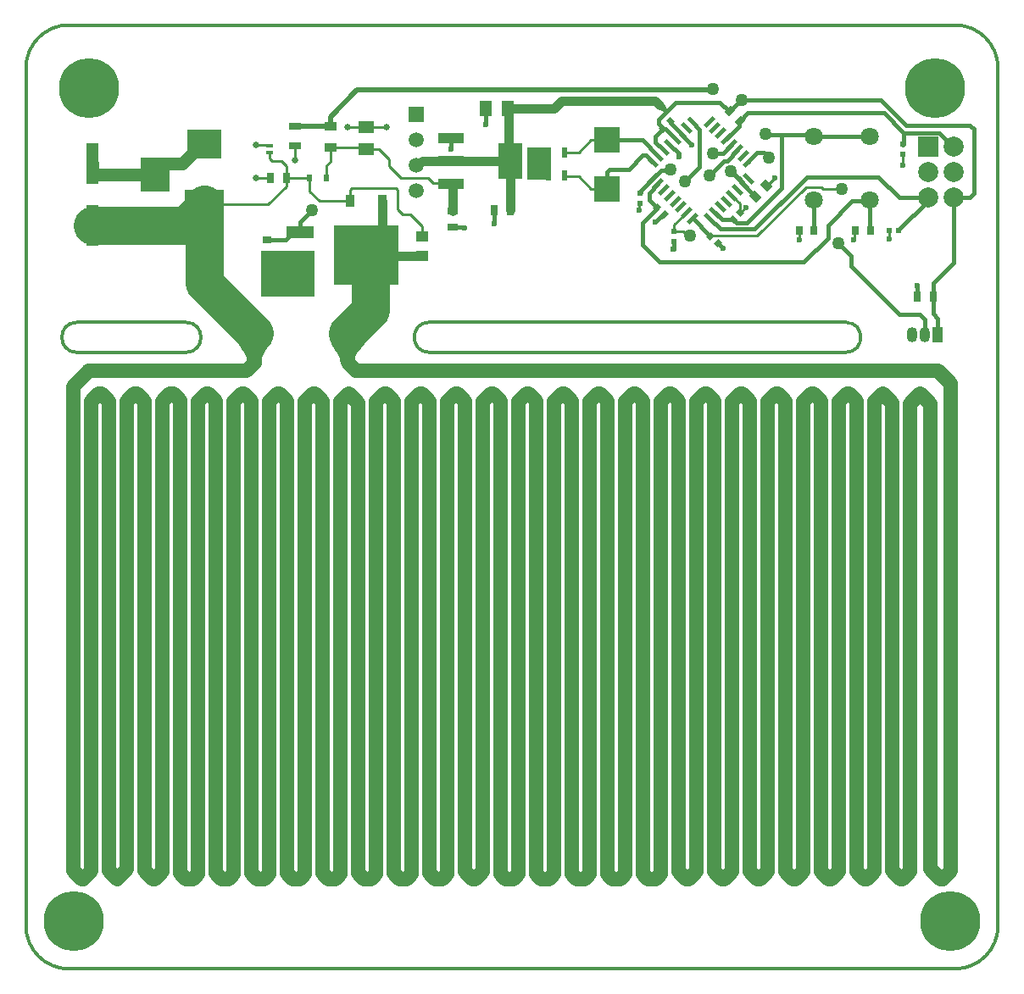
<source format=gtl>
G04*
G04 #@! TF.GenerationSoftware,Altium Limited,Altium Designer,22.0.2 (36)*
G04*
G04 Layer_Physical_Order=1*
G04 Layer_Color=255*
%FSLAX25Y25*%
%MOIN*%
G70*
G04*
G04 #@! TF.SameCoordinates,F8844AE4-5711-4282-AF9D-DA4343363A06*
G04*
G04*
G04 #@! TF.FilePolarity,Positive*
G04*
G01*
G75*
%ADD11C,0.01181*%
%ADD14C,0.01000*%
%ADD21R,0.05000X0.16400*%
%ADD22R,0.03150X0.03937*%
%ADD23R,0.06496X0.04724*%
%ADD24R,0.05118X0.03543*%
%ADD25R,0.05118X0.03000*%
%ADD26R,0.09213X0.14173*%
%ADD27R,0.09843X0.04331*%
%ADD28R,0.05118X0.03937*%
%ADD29R,0.03937X0.03150*%
%ADD30R,0.02756X0.01575*%
%ADD31R,0.25591X0.23622*%
%ADD32R,0.11024X0.05118*%
%ADD33R,0.03583X0.04803*%
%ADD34R,0.02362X0.03150*%
%ADD35R,0.03543X0.02559*%
%ADD36R,0.02559X0.03543*%
%ADD37R,0.02362X0.01968*%
%ADD38R,0.01968X0.02362*%
G04:AMPARAMS|DCode=39|XSize=17.72mil|YSize=47.24mil|CornerRadius=0mil|HoleSize=0mil|Usage=FLASHONLY|Rotation=45.000|XOffset=0mil|YOffset=0mil|HoleType=Round|Shape=Round|*
%AMOVALD39*
21,1,0.02953,0.01772,0.00000,0.00000,135.0*
1,1,0.01772,0.01044,-0.01044*
1,1,0.01772,-0.01044,0.01044*
%
%ADD39OVALD39*%

G04:AMPARAMS|DCode=40|XSize=17.72mil|YSize=47.24mil|CornerRadius=0mil|HoleSize=0mil|Usage=FLASHONLY|Rotation=45.000|XOffset=0mil|YOffset=0mil|HoleType=Round|Shape=Rectangle|*
%AMROTATEDRECTD40*
4,1,4,0.01044,-0.02297,-0.02297,0.01044,-0.01044,0.02297,0.02297,-0.01044,0.01044,-0.02297,0.0*
%
%ADD40ROTATEDRECTD40*%

G04:AMPARAMS|DCode=41|XSize=17.72mil|YSize=47.24mil|CornerRadius=0mil|HoleSize=0mil|Usage=FLASHONLY|Rotation=315.000|XOffset=0mil|YOffset=0mil|HoleType=Round|Shape=Rectangle|*
%AMROTATEDRECTD41*
4,1,4,-0.02297,-0.01044,0.01044,0.02297,0.02297,0.01044,-0.01044,-0.02297,-0.02297,-0.01044,0.0*
%
%ADD41ROTATEDRECTD41*%

G04:AMPARAMS|DCode=42|XSize=31.5mil|YSize=39.37mil|CornerRadius=0mil|HoleSize=0mil|Usage=FLASHONLY|Rotation=45.000|XOffset=0mil|YOffset=0mil|HoleType=Round|Shape=Rectangle|*
%AMROTATEDRECTD42*
4,1,4,0.00278,-0.02506,-0.02506,0.00278,-0.00278,0.02506,0.02506,-0.00278,0.00278,-0.02506,0.0*
%
%ADD42ROTATEDRECTD42*%

G04:AMPARAMS|DCode=43|XSize=25.59mil|YSize=35.43mil|CornerRadius=0mil|HoleSize=0mil|Usage=FLASHONLY|Rotation=135.000|XOffset=0mil|YOffset=0mil|HoleType=Round|Shape=Rectangle|*
%AMROTATEDRECTD43*
4,1,4,0.02158,0.00348,-0.00348,-0.02158,-0.02158,-0.00348,0.00348,0.02158,0.02158,0.00348,0.0*
%
%ADD43ROTATEDRECTD43*%

G04:AMPARAMS|DCode=44|XSize=19.68mil|YSize=23.62mil|CornerRadius=0mil|HoleSize=0mil|Usage=FLASHONLY|Rotation=135.000|XOffset=0mil|YOffset=0mil|HoleType=Round|Shape=Rectangle|*
%AMROTATEDRECTD44*
4,1,4,0.01531,0.00139,-0.00139,-0.01531,-0.01531,-0.00139,0.00139,0.01531,0.01531,0.00139,0.0*
%
%ADD44ROTATEDRECTD44*%

G04:AMPARAMS|DCode=45|XSize=19.68mil|YSize=23.62mil|CornerRadius=0mil|HoleSize=0mil|Usage=FLASHONLY|Rotation=225.000|XOffset=0mil|YOffset=0mil|HoleType=Round|Shape=Rectangle|*
%AMROTATEDRECTD45*
4,1,4,-0.00139,0.01531,0.01531,-0.00139,0.00139,-0.01531,-0.01531,0.00139,-0.00139,0.01531,0.0*
%
%ADD45ROTATEDRECTD45*%

%ADD46R,0.10236X0.09843*%
%ADD47R,0.01968X0.03937*%
%ADD48R,0.04724X0.06496*%
%ADD88C,0.01600*%
%ADD89C,0.02000*%
%ADD90C,0.05000*%
%ADD91C,0.15000*%
%ADD92C,0.03500*%
%ADD93C,0.05500*%
%ADD94R,0.09169X0.13037*%
%ADD95R,0.17323X0.18037*%
%ADD96R,0.04134X0.18037*%
%ADD97O,0.04213X0.05906*%
%ADD98R,0.04213X0.05906*%
%ADD99C,0.23622*%
%ADD100C,0.07874*%
%ADD101R,0.07874X0.07874*%
%ADD102R,0.15748X0.11811*%
%ADD103R,0.11811X0.13780*%
%ADD104R,0.13780X0.11811*%
%ADD105C,0.07087*%
%ADD106R,0.05906X0.05906*%
%ADD107C,0.05906*%
%ADD108C,0.02362*%
%ADD109C,0.05000*%
%ADD110C,0.02500*%
G36*
X87014Y238560D02*
X86981Y239104D01*
X86884Y239680D01*
X86722Y240289D01*
X86496Y240932D01*
X86205Y241607D01*
X85849Y242316D01*
X84942Y243833D01*
X84392Y244641D01*
X83777Y245482D01*
X95750D01*
X95135Y244641D01*
X93679Y242316D01*
X93323Y241607D01*
X93032Y240932D01*
X92805Y240289D01*
X92643Y239680D01*
X92546Y239104D01*
X92514Y238560D01*
X87014D01*
D02*
G37*
G36*
X123628Y238598D02*
X123596Y239064D01*
X123499Y239570D01*
X123338Y240117D01*
X123112Y240704D01*
X122822Y241331D01*
X122468Y241998D01*
X121566Y243453D01*
X121018Y244241D01*
X120405Y245070D01*
X132351D01*
X131738Y244241D01*
X130288Y241998D01*
X129934Y241331D01*
X129644Y240704D01*
X129418Y240117D01*
X129257Y239570D01*
X129160Y239064D01*
X129128Y238598D01*
X123628D01*
D02*
G37*
G36*
X251017Y336901D02*
X249064Y338012D01*
X251038Y339986D01*
X252149Y338033D01*
X251017Y336901D01*
D02*
G37*
D11*
X322393Y242520D02*
G03*
X322393Y254331I0J5906D01*
G01*
X158614D02*
G03*
X158614Y242520I0J-5906D01*
G01*
X20031Y254331D02*
G03*
X20031Y242520I0J-5906D01*
G01*
X62944D02*
G03*
X62944Y254331I0J5906D01*
G01*
X0Y16929D02*
G03*
X16929Y0I16929J0D01*
G01*
X365354D02*
G03*
X382283Y16929I0J16929D01*
G01*
Y354331D02*
G03*
X365354Y371260I-16929J0D01*
G01*
X16929D02*
G03*
X0Y354331I0J-16929D01*
G01*
X158614Y254331D02*
X321999D01*
X158614Y242520D02*
X321999D01*
X20031D02*
X62944D01*
X20031Y254331D02*
X62944D01*
X0Y16929D02*
Y354331D01*
X16929Y0D02*
X365354D01*
X382283Y16929D02*
Y354331D01*
X16929Y371260D02*
X365354D01*
D14*
X313632Y306693D02*
X320866D01*
X312845Y307480D02*
X313632Y306693D01*
X306693Y307480D02*
X312845D01*
X344882Y316142D02*
Y320472D01*
X241283Y298546D02*
Y301126D01*
X241339Y301181D01*
X241228Y298491D02*
X241283Y298546D01*
X344882Y320472D02*
X344928Y320426D01*
X339349Y287112D02*
Y290530D01*
X339370Y290551D01*
X339328Y287091D02*
X339349Y287112D01*
X325888Y287152D02*
Y290160D01*
X326279Y290551D01*
X325628Y286891D02*
X325888Y287152D01*
X304230Y286693D02*
Y290549D01*
X304232Y290551D01*
X304228Y286691D02*
X304230Y286693D01*
X291469Y308133D02*
X294328Y310991D01*
X291203Y308133D02*
X291469D01*
X281105Y297455D02*
X282942Y299291D01*
X280920Y297455D02*
X281105D01*
X282942Y299291D02*
X283128D01*
X126378Y331176D02*
X133785D01*
X133858Y331102D01*
X133932Y331176D02*
X141732D01*
X133858Y331102D02*
X133932Y331176D01*
X90551Y311097D02*
X95989D01*
X96063Y311024D01*
X105905Y318184D02*
Y323622D01*
X105905Y323622D02*
X105905Y323622D01*
X95534Y323954D02*
X95669Y323819D01*
X90687Y323954D02*
X95534D01*
X90551Y324089D02*
X90687Y323954D01*
X217323Y311811D02*
X222244Y306890D01*
X228346D01*
X280780Y297594D02*
X280920Y297455D01*
X280780Y297594D02*
Y300974D01*
X158268Y311024D02*
X160236Y309055D01*
X166908D01*
X167717Y308246D01*
X148031Y296850D02*
X151181D01*
X155905Y292126D01*
Y288189D02*
Y292126D01*
X269291Y288189D02*
X269430Y288328D01*
X254958Y290391D02*
Y292642D01*
X254724Y290158D02*
X254958Y290391D01*
X258366Y290158D02*
X259941Y288583D01*
X261024D01*
X254724Y290158D02*
X258366D01*
X205512Y312205D02*
Y321260D01*
X211811D02*
X211811Y321260D01*
X211811Y312205D02*
X212205Y311811D01*
X211811Y321260D02*
X217323D01*
X212205Y311811D02*
X217323D01*
Y321260D02*
X222244Y326181D01*
X228346D01*
X147638Y311024D02*
X158268D01*
X277603Y304151D02*
X280780Y300974D01*
X254958Y292642D02*
X259787Y297470D01*
X269430Y288328D02*
X287541D01*
X306693Y307480D01*
X95669Y318898D02*
Y321063D01*
Y318898D02*
X96850Y317717D01*
X100394D01*
X102362Y315748D01*
X111417Y305906D02*
Y310827D01*
Y305906D02*
X115354Y301969D01*
X127421D01*
Y306363D01*
X128007Y306949D01*
X145413D01*
X146063Y306299D01*
Y298819D02*
Y306299D01*
X118307Y311024D02*
Y315945D01*
X119685Y317323D01*
Y323031D01*
X138976Y322441D02*
X142913Y318504D01*
Y315748D02*
Y318504D01*
Y315748D02*
X147638Y311024D01*
X119685Y323031D02*
X133268D01*
X133858Y322441D01*
X138976D01*
X70079Y300787D02*
X95276D01*
X102362Y307874D01*
Y311024D01*
X102362Y311024D02*
Y315748D01*
Y311024D02*
X102362Y311024D01*
X111614D01*
X111417Y310827D02*
X111614Y311024D01*
X146063Y298819D02*
X148031Y296850D01*
D21*
X26128Y292391D02*
D03*
Y316791D02*
D03*
D22*
X356787Y264339D02*
D03*
X350488D02*
D03*
X96063Y311024D02*
D03*
X102362D02*
D03*
X184252Y298425D02*
D03*
X190551D02*
D03*
D23*
X133858Y322441D02*
D03*
Y331102D02*
D03*
D24*
X119685Y331299D02*
D03*
Y323031D02*
D03*
D25*
X105905Y331496D02*
D03*
Y323622D02*
D03*
D26*
X190433Y317717D02*
D03*
D27*
X167047Y308661D02*
D03*
Y317717D02*
D03*
Y326772D02*
D03*
D28*
X155905Y288189D02*
D03*
Y280315D02*
D03*
D29*
X167717Y291732D02*
D03*
Y298031D02*
D03*
D30*
X95669Y323819D02*
D03*
Y321063D02*
D03*
D31*
X133827Y280709D02*
D03*
D32*
X107906Y289657D02*
D03*
Y271761D02*
D03*
D33*
X140295Y301969D02*
D03*
X127421D02*
D03*
D34*
X111614Y311024D02*
D03*
X118307D02*
D03*
D35*
X94882Y286713D02*
D03*
Y281004D02*
D03*
D36*
X309941Y290551D02*
D03*
X304232D02*
D03*
X331988D02*
D03*
X326279D02*
D03*
D37*
X344882Y324409D02*
D03*
Y320472D02*
D03*
X241339Y305118D02*
D03*
Y301181D02*
D03*
X254724Y286221D02*
D03*
Y290158D02*
D03*
D38*
X343307Y290551D02*
D03*
X339370D02*
D03*
D39*
X262014Y333104D02*
D03*
D40*
X259787Y330876D02*
D03*
X257559Y328649D02*
D03*
X255332Y326422D02*
D03*
X253105Y324195D02*
D03*
X250878Y321968D02*
D03*
X248651Y319741D02*
D03*
X246424Y317514D02*
D03*
X268695Y295243D02*
D03*
X270922Y297470D02*
D03*
X273149Y299697D02*
D03*
X275376Y301924D02*
D03*
X277603Y304151D02*
D03*
X279831Y306378D02*
D03*
X282058Y308605D02*
D03*
X284285Y310833D02*
D03*
D41*
X246424D02*
D03*
X248651Y308605D02*
D03*
X250878Y306378D02*
D03*
X253105Y304151D02*
D03*
X255332Y301924D02*
D03*
X257559Y299697D02*
D03*
X259787Y297470D02*
D03*
X262014Y295243D02*
D03*
X284285Y317514D02*
D03*
X282058Y319741D02*
D03*
X279831Y321968D02*
D03*
X277603Y324195D02*
D03*
X275376Y326422D02*
D03*
X273149Y328649D02*
D03*
X270922Y330876D02*
D03*
X268695Y333104D02*
D03*
D42*
X286749Y303678D02*
D03*
X291203Y308133D02*
D03*
D43*
X276722Y337451D02*
D03*
X280759Y333415D02*
D03*
D44*
X248214Y299423D02*
D03*
X250998Y296639D02*
D03*
X269291Y288189D02*
D03*
X272075Y285405D02*
D03*
D45*
X250576Y330498D02*
D03*
X253360Y333282D02*
D03*
X280920Y297455D02*
D03*
X278136Y294671D02*
D03*
D46*
X228346Y326181D02*
D03*
Y306890D02*
D03*
D47*
X211811Y312205D02*
D03*
X205512D02*
D03*
X211811Y321260D02*
D03*
X205512D02*
D03*
D48*
X189370Y338583D02*
D03*
X180709D02*
D03*
D88*
X307200Y311530D02*
X335320D01*
X343465Y303386D01*
X286614Y290945D02*
X307200Y311530D01*
X262014Y333104D02*
Y333104D01*
X264961Y315511D02*
Y330157D01*
X262014Y333104D02*
X264961Y330157D01*
X259055Y309606D02*
X264961Y315511D01*
X248819Y334102D02*
X255549Y340832D01*
X272948D01*
X276328Y337451D01*
X371260Y331890D02*
X372728Y330422D01*
X346063Y331890D02*
X371260D01*
X281496Y341732D02*
X336221D01*
X281249D02*
X281496D01*
X336221D02*
X346063Y331890D01*
X364724Y323386D02*
Y323452D01*
X359303Y328873D02*
X364724Y323452D01*
X345383Y328873D02*
X359303D01*
X345263Y328753D02*
X345383Y328873D01*
X344895Y324225D02*
X345079Y324409D01*
X337402Y336614D02*
X345263Y328753D01*
X356787Y264339D02*
Y269751D01*
X364724Y277688D01*
Y303386D01*
X350488Y264339D02*
X350508Y264358D01*
Y268671D01*
X350528Y268691D01*
X371102Y303386D02*
X372728Y305011D01*
Y330422D01*
X272075Y285374D02*
X274028Y283422D01*
X272075Y285374D02*
Y285405D01*
X274028Y283391D02*
Y283422D01*
X254676Y283239D02*
Y286172D01*
X254724Y286221D01*
X254628Y283191D02*
X254676Y283239D01*
X247534Y293791D02*
X249465Y295722D01*
X247328Y293791D02*
X247534D01*
X249465Y295722D02*
X249820D01*
X250738Y296639D02*
X250998D01*
X249820Y295722D02*
X250738Y296639D01*
X257559Y328528D02*
X259195Y326892D01*
Y326723D02*
X261728Y324191D01*
X257559Y328528D02*
Y328649D01*
X259195Y326723D02*
Y326892D01*
X261728Y324191D02*
Y324191D01*
X256682Y319437D02*
Y320619D01*
X253105Y324195D02*
X256682Y320619D01*
Y319437D02*
X256828Y319291D01*
X167128Y322391D02*
Y326691D01*
X167047Y326772D02*
X167128Y326691D01*
X180709Y338583D02*
X180718Y338573D01*
Y332100D02*
X180728Y332091D01*
X180718Y332100D02*
Y338573D01*
X184190Y293253D02*
Y298363D01*
X184252Y298425D01*
X184128Y293191D02*
X184190Y293253D01*
X167837Y291612D02*
X172507D01*
X167717Y291732D02*
X167837Y291612D01*
X172507D02*
X172628Y291491D01*
X291375Y327990D02*
X309412D01*
X290945Y328420D02*
X291375Y327990D01*
X309412D02*
X309842Y327559D01*
X297244Y307160D02*
Y327931D01*
X283465Y293381D02*
X297244Y307160D01*
X279528Y293381D02*
X283465D01*
X278136Y294671D02*
X278237D01*
X279528Y293381D01*
X284285Y317635D02*
X287589Y320940D01*
X290158D01*
X292126Y318971D01*
X291206D02*
X292126D01*
X284285Y317514D02*
Y317635D01*
X249305Y339745D02*
X251583Y337467D01*
X319638Y285339D02*
X324638Y280339D01*
Y276339D02*
X343638Y257339D01*
X324638Y276339D02*
Y280339D01*
X343638Y257339D02*
X351638D01*
X353638Y255339D01*
Y249339D02*
Y255339D01*
X356787Y257603D02*
X358638Y255752D01*
X356787Y257603D02*
Y264339D01*
X358638Y249339D02*
Y255752D01*
X343465Y303386D02*
X354724D01*
X354724Y303386D01*
X343307Y290748D02*
X354724Y302165D01*
Y303386D01*
X364724D02*
X371102D01*
X345079Y324409D02*
X345263Y324594D01*
Y328753D01*
X344882Y324409D02*
X345079D01*
X363524Y324586D02*
X364724Y323386D01*
X253176Y314200D02*
X253543Y314567D01*
X250878Y321968D02*
X250878D01*
X249791Y314200D02*
X253176D01*
X247649Y325197D02*
Y327571D01*
Y325197D02*
X250878Y321968D01*
X228346Y306890D02*
Y313386D01*
X229528Y314567D01*
X237008D01*
X274274Y320866D02*
X277603Y324195D01*
X270079Y320866D02*
X274274D01*
X277603Y324195D02*
X277603D01*
X268898Y312205D02*
X274522Y317829D01*
X262014Y295243D02*
X262065Y295294D01*
X262186D01*
X270922Y297470D02*
X271043D01*
X273703Y294810D02*
X277996D01*
X271043Y297470D02*
X273703Y294810D01*
X262186Y295294D02*
X269291Y288189D01*
X269291D01*
X268695Y295243D02*
X272993Y290945D01*
X241720Y306128D02*
X246424Y310833D01*
X245276Y302362D02*
Y305230D01*
X248651Y308605D01*
X237008Y314567D02*
X242466Y320025D01*
X243791D01*
X246303Y317514D01*
X242408Y325984D02*
X248651Y319741D01*
X246303Y317514D02*
X246424D01*
X246424Y310833D02*
X249791Y314200D01*
X228543Y325984D02*
X242408D01*
X228346Y326181D02*
X228543Y325984D01*
X242520Y293468D02*
X248214Y299163D01*
X241339Y305118D02*
X241535D01*
X241720Y305302D01*
Y306128D01*
X245276Y302362D02*
X248214Y299423D01*
Y299163D02*
Y299423D01*
X274522Y317829D02*
X275692D01*
X279831Y321968D01*
X277996Y294810D02*
X278136Y294671D01*
X331939Y290600D02*
X331988Y290551D01*
X343307D02*
Y290748D01*
X331939Y290600D02*
Y302313D01*
X324803Y301969D02*
X331496D01*
X331890Y302362D01*
X331939Y302313D01*
X242520Y284646D02*
Y293468D01*
Y284646D02*
X249213Y277953D01*
X305906D01*
X272993Y290945D02*
X286614D01*
X309842Y302362D02*
X309892Y302313D01*
Y290600D02*
X309941Y290551D01*
X309892Y290600D02*
Y302313D01*
X309842Y327559D02*
X331890D01*
X315354Y287402D02*
Y292520D01*
X324803Y301969D01*
X287143Y303285D02*
Y303402D01*
X282058Y308488D02*
X287143Y303402D01*
X305906Y277953D02*
X315354Y287402D01*
X104953Y289657D02*
X107906D01*
Y293732D01*
X112598Y298425D01*
X103248Y281004D02*
X107874Y276378D01*
Y271792D02*
Y276378D01*
Y271792D02*
X107906Y271761D01*
X102009Y286713D02*
X104953Y289657D01*
X94882Y286713D02*
X102009D01*
X283958Y336614D02*
X337402D01*
X247649Y327571D02*
X250576Y330498D01*
X248819Y332516D02*
X250576Y330758D01*
Y330498D02*
Y330758D01*
Y330498D02*
X250716Y330359D01*
X251396D01*
X253500Y332709D02*
Y333142D01*
X253360Y333282D02*
X253500Y333142D01*
X251396Y330359D02*
X255332Y326422D01*
X248819Y332516D02*
Y334102D01*
X253500Y332709D02*
X257559Y328649D01*
X280411Y331456D02*
Y333067D01*
X276969Y337451D02*
X281249Y341732D01*
X276722Y337451D02*
X276969D01*
X280759Y333415D02*
X283958Y336614D01*
X280411Y333067D02*
X280759Y333415D01*
X276328Y337451D02*
X276722D01*
X275376Y326422D02*
X280411Y331456D01*
X94882Y281004D02*
X103248D01*
D89*
X130315Y345669D02*
X269685D01*
X270079Y346063D01*
X282058Y308605D02*
Y308767D01*
X281014Y309811D02*
X282058Y308767D01*
Y308488D02*
Y308605D01*
X281014Y309811D02*
Y309931D01*
X277165Y313779D02*
X281014Y309931D01*
X277165Y313779D02*
Y313779D01*
X287258Y303400D02*
X287841D01*
X287143Y303285D02*
X287258Y303400D01*
X119587Y331398D02*
X119685Y331299D01*
X105905Y331496D02*
X106004Y331398D01*
X119587D01*
X119685Y335039D02*
X130315Y345669D01*
X119685Y331299D02*
Y335039D01*
D90*
X26128Y312387D02*
X50779D01*
X26128D02*
Y316791D01*
X69095Y324387D02*
X70079D01*
X50779Y312387D02*
Y313372D01*
X54184Y316777D01*
X61484D01*
X69095Y324387D01*
D91*
X70079Y269685D02*
Y299567D01*
X62903Y292391D02*
X70079Y299567D01*
Y300787D01*
X26128Y292391D02*
X62903D01*
X70079Y269685D02*
X89764Y250000D01*
X134220Y280315D02*
X135433Y279102D01*
X133827Y280709D02*
X134220Y280315D01*
X126378Y249606D02*
Y250000D01*
X135433Y259055D01*
Y279102D01*
D92*
X210630Y341412D02*
X247638D01*
X249305Y339745D01*
X207800Y338583D02*
X210630Y341412D01*
X189370Y338583D02*
X207800D01*
X167717Y298031D02*
Y308246D01*
X190492Y298484D02*
Y317657D01*
Y298484D02*
X190551Y298425D01*
X167047Y317717D02*
X190433D01*
X189902Y318248D02*
X190433Y317717D01*
X190492Y317657D01*
X153543Y315984D02*
X154194D01*
X155927Y317717D01*
X167047D01*
X133827Y280709D02*
X140295Y287177D01*
X134220Y280315D02*
X155905D01*
X140295Y287177D02*
Y301969D01*
X189370Y338583D02*
X189902Y338051D01*
Y318248D02*
Y338051D01*
D93*
X86542Y235339D02*
X89764Y238560D01*
X24638Y235339D02*
X86542D01*
X89764Y238560D02*
Y250000D01*
X126378Y238598D02*
Y249606D01*
Y238598D02*
X129638Y235339D01*
X358638D01*
X363638Y226595D02*
Y230339D01*
X358638Y235339D02*
X363638Y230339D01*
X18504Y229205D02*
X24638Y235339D01*
X18504Y224595D02*
Y229205D01*
X244638Y35595D02*
X247638D01*
X216638D02*
X219638D01*
X221638Y37595D01*
X186638D02*
X188638Y35595D01*
X172638Y38595D02*
X175638Y35595D01*
X176638D02*
X179638Y38595D01*
X179638Y223373D01*
X175638Y35595D02*
X176638D01*
X172638Y38595D02*
X172638Y223595D01*
X165638Y37595D02*
Y223373D01*
X214638Y37595D02*
X216638Y35595D01*
X205638D02*
X207638Y37595D01*
X200638D02*
X202638Y35595D01*
X205638D01*
X191638D02*
X193638Y37595D01*
X188638Y35595D02*
X191638D01*
X214638Y37595D02*
X214638Y223595D01*
X207638Y37595D02*
X207638Y223373D01*
X193638Y37595D02*
X193638Y223373D01*
X200638Y37595D02*
X200638Y223595D01*
X186638Y37595D02*
X186638Y223595D01*
X107638Y35595D02*
X109638Y37595D01*
X104860Y35595D02*
X107638D01*
X102638Y37817D02*
X104860Y35595D01*
X93638D02*
X95638Y37595D01*
X88638Y37817D02*
X90860Y35595D01*
X93638D01*
X62860D02*
X65638D01*
X67638Y37595D01*
X60638Y37817D02*
X62860Y35595D01*
X242638Y37595D02*
X244638Y35595D01*
X247638D02*
X249638Y37595D01*
X233638Y35595D02*
X235638Y37595D01*
X230638Y35595D02*
X233638D01*
X228638Y37595D02*
X230638Y35595D01*
X221638Y37595D02*
X221638Y223373D01*
X228638Y37595D02*
X228638Y223595D01*
X235638Y37595D02*
X235638Y223373D01*
X242638Y37595D02*
X242638Y223595D01*
X249638Y37595D02*
X249638Y223373D01*
X149638Y35595D02*
X151638Y37595D01*
X146860Y35595D02*
X149638D01*
X144638Y37817D02*
X146860Y35595D01*
X151638Y223373D02*
X154860Y226595D01*
X158638Y37817D02*
Y223595D01*
X137638Y37595D02*
Y223373D01*
X155638Y226595D02*
X158638Y223595D01*
X154860Y226595D02*
X155638D01*
X151638Y37595D02*
Y223373D01*
X144638Y37817D02*
Y223595D01*
X137638Y223373D02*
X140860Y226595D01*
X126860D02*
X130638Y222817D01*
X123638Y223373D02*
X126860Y226595D01*
X140860D02*
X141638D01*
X118860Y35595D02*
X121638D01*
X116638Y37817D02*
X118860Y35595D01*
X121638D02*
X123638Y37595D01*
X95638D02*
Y223373D01*
X130638Y37817D02*
Y222817D01*
X109638Y223373D02*
X112860Y226595D01*
X116638Y37817D02*
Y223595D01*
X109638Y37595D02*
Y223373D01*
X101027Y225206D02*
X102638Y223595D01*
Y37817D02*
Y223595D01*
X113638Y226595D02*
X116638Y223595D01*
X95638Y223373D02*
X98860Y226595D01*
X123638Y37595D02*
Y223373D01*
X53638Y223595D02*
X53638Y38595D01*
X49860Y35595D02*
X50638D01*
X46638Y38817D02*
X49860Y35595D01*
X35860D02*
X39638Y39373D01*
X32638Y38817D02*
X35860Y35595D01*
X60638Y37817D02*
Y223817D01*
X46638Y223595D02*
X46638Y38817D01*
X50638Y35595D02*
X53638Y38595D01*
X39638Y223595D02*
X39638Y39373D01*
X79638Y35595D02*
X81638Y37595D01*
X76860Y35595D02*
X79638D01*
X74638Y37817D02*
X76860Y35595D01*
X67638Y37595D02*
Y223373D01*
X87027Y225206D02*
X88638Y223595D01*
Y37817D02*
Y223595D01*
X81638Y223373D02*
X84860Y226595D01*
X81638Y37595D02*
Y223373D01*
X74638Y37817D02*
Y223595D01*
X73027Y225206D02*
X74638Y223595D01*
X158638Y37817D02*
X160860Y35595D01*
X163638D01*
X130638Y37817D02*
X132860Y35595D01*
X135638D02*
X137638Y37595D01*
X132860Y35595D02*
X135638D01*
X163638D02*
X165638Y37595D01*
X355638Y39595D02*
X359638Y35595D01*
X355638Y39595D02*
Y222595D01*
X347638Y222595D02*
X347638Y38595D01*
X340638Y38817D02*
Y222817D01*
X344638Y35595D02*
X347638Y38595D01*
X359638Y35595D02*
X360416D01*
X340638Y38817D02*
X343860Y35595D01*
X21726D02*
X22416D01*
X343860D02*
X344638D01*
X18504Y38817D02*
X21726Y35595D01*
X18504Y224595D02*
X18504Y38817D01*
X32638Y223595D02*
X32638Y38817D01*
X329638Y35595D02*
X330638D01*
X333638Y38595D01*
X326638D02*
X329638Y35595D01*
X316638D02*
X319638Y38595D01*
X333638D02*
X333638Y223373D01*
X325027Y225206D02*
X326638Y223595D01*
X25638Y223595D02*
X28638Y226595D01*
X22416Y35595D02*
X25638Y38817D01*
X25638Y223595D02*
X25638Y38817D01*
X326638Y38595D02*
X326638Y223595D01*
X298638Y38595D02*
X298638Y223595D01*
X277638Y38595D02*
X277638Y223373D01*
X284638Y38595D02*
X284638Y223595D01*
X291638Y38595D02*
X291638Y223373D01*
X263638Y38595D02*
X263638Y223373D01*
X270638Y38595D02*
X270638Y223595D01*
X256638Y38595D02*
X256638Y223595D01*
X305638Y38595D02*
X305638Y223373D01*
X312638Y38595D02*
X312638Y223595D01*
X312638Y38595D02*
X315638Y35595D01*
X316638D01*
X302638D02*
X305638Y38595D01*
X301638Y35595D02*
X302638D01*
X298638Y38595D02*
X301638Y35595D01*
X287638D02*
X288638D01*
X284638Y38595D02*
X287638Y35595D01*
X288638D02*
X291638Y38595D01*
X273638Y35595D02*
X274638D01*
X277638Y38595D01*
X270638D02*
X273638Y35595D01*
X259638D02*
X260638D01*
X263638Y38595D01*
X256638D02*
X259638Y35595D01*
X360416D02*
X363638Y38817D01*
X347638Y222595D02*
X351638Y226595D01*
X355638Y222595D01*
X336860Y226595D02*
X340638Y222817D01*
X333638Y223373D02*
X336860Y226595D01*
X319638Y38595D02*
X319638Y223373D01*
X363638Y226595D02*
X363638Y38817D01*
X322860Y226595D02*
X323638D01*
X57860D02*
X60638Y223817D01*
X56638Y226595D02*
X57860D01*
X53638Y223595D02*
X56638Y226595D01*
X42638D02*
X43638D01*
X46638Y223595D01*
X39638D02*
X42638Y226595D01*
X29638D02*
X32638Y223595D01*
X28638Y226595D02*
X29638D01*
X98860D02*
X99638D01*
X85638D02*
X87027Y225206D01*
X84860Y226595D02*
X85638D01*
X70860D02*
X71638D01*
X99638D02*
X101027Y225206D01*
X71638Y226595D02*
X73027Y225206D01*
X67638Y223373D02*
X70860Y226595D01*
X112860D02*
X113638D01*
X224860D02*
X225638D01*
X221638Y223373D02*
X224860Y226595D01*
X210860D02*
X211638D01*
X214638Y223595D01*
X207638Y223373D02*
X210860Y226595D01*
X199027Y225206D02*
X200638Y223595D01*
X193638Y223373D02*
X196860Y226595D01*
X185027Y225206D02*
X186638Y223595D01*
X179638Y223373D02*
X182860Y226595D01*
X169638D02*
X172638Y223595D01*
X165638Y223373D02*
X168860Y226595D01*
X141638D02*
X144638Y223595D01*
X225638Y226595D02*
X227027Y225206D01*
X295638Y226595D02*
X298638Y223595D01*
X291638Y223373D02*
X294860Y226595D01*
X281638D02*
X284638Y223595D01*
X277638Y223373D02*
X280860Y226595D01*
X267638D02*
X269027Y225206D01*
X270638Y223595D01*
X263638Y223373D02*
X266860Y226595D01*
X255027Y225206D02*
X256638Y223595D01*
X249638Y223373D02*
X252860Y226595D01*
X241027Y225206D02*
X242638Y223595D01*
X235638Y223373D02*
X238860Y226595D01*
X239638D02*
X241027Y225206D01*
X227027D02*
X228638Y223595D01*
X309638Y226595D02*
X311027Y225206D01*
X305638Y223373D02*
X308860Y226595D01*
X311027Y225206D02*
X312638Y223595D01*
X319638Y223373D02*
X322860Y226595D01*
X308860D02*
X309638D01*
X294860D02*
X295638D01*
X280860D02*
X281638D01*
X266860D02*
X267638D01*
X253638D02*
X255027Y225206D01*
X252860Y226595D02*
X253638D01*
X238860D02*
X239638D01*
X197638D02*
X199027Y225206D01*
X196860Y226595D02*
X197638D01*
X183638D02*
X185027Y225206D01*
X182860Y226595D02*
X183638D01*
X168860D02*
X169638D01*
X323638D02*
X325027Y225206D01*
D94*
X201912Y316710D02*
D03*
D95*
X104724Y273265D02*
D03*
D96*
X94587D02*
D03*
D97*
X348638Y249339D02*
D03*
X353638D02*
D03*
D98*
X358638D02*
D03*
D99*
X357480Y346457D02*
D03*
X24803D02*
D03*
X18898Y18898D02*
D03*
X363386D02*
D03*
D100*
X364724Y313386D02*
D03*
X354724D02*
D03*
Y303386D02*
D03*
X364724Y323386D02*
D03*
Y303386D02*
D03*
D101*
X354724Y323386D02*
D03*
D102*
X70079Y300787D02*
D03*
D103*
X50779Y312387D02*
D03*
D104*
X70079Y324387D02*
D03*
D105*
X309842Y302362D02*
D03*
Y327559D02*
D03*
X331890Y302362D02*
D03*
Y327559D02*
D03*
D106*
X153543Y335984D02*
D03*
D107*
Y325984D02*
D03*
Y315984D02*
D03*
Y305984D02*
D03*
D108*
X96063Y268110D02*
D03*
Y273228D02*
D03*
X94095Y276378D02*
D03*
X344882Y316142D02*
D03*
X350528Y268691D02*
D03*
X241228Y298491D02*
D03*
X339328Y287091D02*
D03*
X325628Y286891D02*
D03*
X304228Y286691D02*
D03*
X294328Y310991D02*
D03*
X283128Y299291D02*
D03*
X274028Y283391D02*
D03*
X254628Y283191D02*
D03*
X247328Y293791D02*
D03*
X261728Y324191D02*
D03*
X256828Y319291D02*
D03*
X167128Y322391D02*
D03*
X180728Y332091D02*
D03*
X198828Y321691D02*
D03*
Y318458D02*
D03*
Y311991D02*
D03*
Y315224D02*
D03*
X184128Y293191D02*
D03*
X172628Y291491D02*
D03*
X98425Y276378D02*
D03*
X98428Y270791D02*
D03*
X98728Y265491D02*
D03*
X93928D02*
D03*
X94095Y270866D02*
D03*
D109*
X320866Y306693D02*
D03*
X259055Y309606D02*
D03*
X270079Y346063D02*
D03*
X290945Y328420D02*
D03*
X292126Y318971D02*
D03*
X319638Y285339D02*
D03*
X268898Y312205D02*
D03*
X261024Y288583D02*
D03*
X277165Y313779D02*
D03*
X112598Y298425D02*
D03*
X281496Y341732D02*
D03*
X253543Y314567D02*
D03*
X270079Y320866D02*
D03*
D110*
X126378Y331176D02*
D03*
X141732D02*
D03*
X90551Y311097D02*
D03*
X105905Y318184D02*
D03*
X90551Y324089D02*
D03*
M02*

</source>
